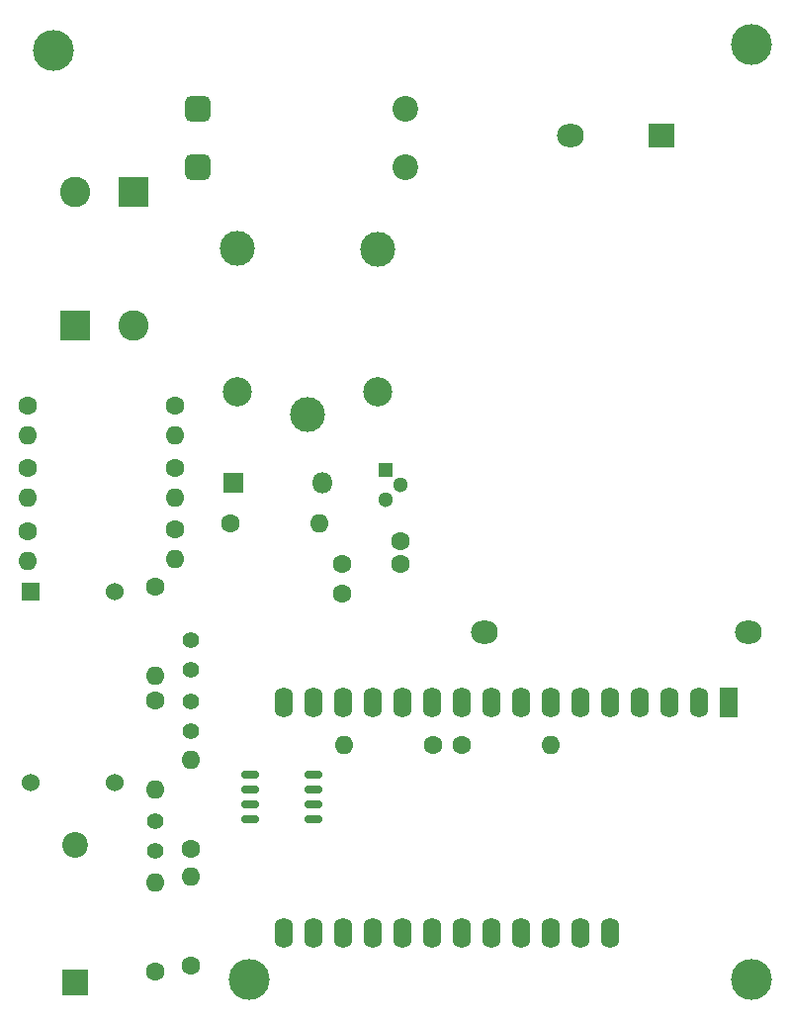
<source format=gbr>
%TF.GenerationSoftware,KiCad,Pcbnew,8.0.7*%
%TF.CreationDate,2025-02-06T20:11:24-08:00*%
%TF.ProjectId,Mains_monitor,4d61696e-735f-46d6-9f6e-69746f722e6b,rev?*%
%TF.SameCoordinates,Original*%
%TF.FileFunction,Soldermask,Top*%
%TF.FilePolarity,Negative*%
%FSLAX46Y46*%
G04 Gerber Fmt 4.6, Leading zero omitted, Abs format (unit mm)*
G04 Created by KiCad (PCBNEW 8.0.7) date 2025-02-06 20:11:24*
%MOMM*%
%LPD*%
G01*
G04 APERTURE LIST*
G04 Aperture macros list*
%AMRoundRect*
0 Rectangle with rounded corners*
0 $1 Rounding radius*
0 $2 $3 $4 $5 $6 $7 $8 $9 X,Y pos of 4 corners*
0 Add a 4 corners polygon primitive as box body*
4,1,4,$2,$3,$4,$5,$6,$7,$8,$9,$2,$3,0*
0 Add four circle primitives for the rounded corners*
1,1,$1+$1,$2,$3*
1,1,$1+$1,$4,$5*
1,1,$1+$1,$6,$7*
1,1,$1+$1,$8,$9*
0 Add four rect primitives between the rounded corners*
20,1,$1+$1,$2,$3,$4,$5,0*
20,1,$1+$1,$4,$5,$6,$7,0*
20,1,$1+$1,$6,$7,$8,$9,0*
20,1,$1+$1,$8,$9,$2,$3,0*%
G04 Aperture macros list end*
%ADD10R,1.300000X1.300000*%
%ADD11C,1.300000*%
%ADD12R,2.600000X2.600000*%
%ADD13C,2.600000*%
%ADD14C,1.600000*%
%ADD15O,1.600000X1.600000*%
%ADD16O,2.300000X2.000000*%
%ADD17R,2.300000X2.000000*%
%ADD18C,3.000000*%
%ADD19C,2.500000*%
%ADD20C,1.400000*%
%ADD21RoundRect,0.550000X-0.550000X-0.550000X0.550000X-0.550000X0.550000X0.550000X-0.550000X0.550000X0*%
%ADD22C,2.200000*%
%ADD23O,1.600000X2.600000*%
%ADD24RoundRect,0.250000X-0.550000X1.050000X-0.550000X-1.050000X0.550000X-1.050000X0.550000X1.050000X0*%
%ADD25C,3.500000*%
%ADD26R,2.200000X2.200000*%
%ADD27R,1.800000X1.800000*%
%ADD28O,1.800000X1.800000*%
%ADD29RoundRect,0.150000X-0.625000X-0.150000X0.625000X-0.150000X0.625000X0.150000X-0.625000X0.150000X0*%
%ADD30R,1.524000X1.524000*%
%ADD31C,1.524000*%
G04 APERTURE END LIST*
D10*
%TO.C,Q1*%
X123750000Y-85960000D03*
D11*
X125020000Y-87230000D03*
X123750000Y-88500000D03*
%TD*%
D12*
%TO.C,J1*%
X102100000Y-62095000D03*
D13*
X97100000Y-62095000D03*
%TD*%
D14*
%TO.C,R13*%
X93100000Y-85750000D03*
D15*
X93100000Y-88290000D03*
%TD*%
D14*
%TO.C,R6*%
X93100000Y-80460000D03*
D15*
X93100000Y-83000000D03*
%TD*%
D16*
%TO.C,PS1*%
X132157500Y-99792500D03*
X154757500Y-99792500D03*
X139557500Y-57292500D03*
D17*
X147357500Y-57292500D03*
%TD*%
D18*
%TO.C,K1*%
X117000000Y-81200000D03*
D19*
X123050000Y-79250000D03*
D18*
X123050000Y-67050000D03*
X111000000Y-67000000D03*
D19*
X111050000Y-79250000D03*
%TD*%
D14*
%TO.C,C5*%
X125000000Y-94000000D03*
X125000000Y-92000000D03*
%TD*%
D20*
%TO.C,C2*%
X107000000Y-103000000D03*
X107000000Y-100500000D03*
%TD*%
D14*
%TO.C,R8*%
X130190000Y-109500000D03*
D15*
X137810000Y-109500000D03*
%TD*%
D14*
%TO.C,R1*%
X110420000Y-90500000D03*
D15*
X118040000Y-90500000D03*
%TD*%
D14*
%TO.C,R7*%
X104000000Y-95940000D03*
D15*
X104000000Y-103560000D03*
%TD*%
D21*
%TO.C,F1*%
X107600000Y-55000000D03*
X107600000Y-60000000D03*
D22*
X125400000Y-55000000D03*
X125400000Y-60000000D03*
%TD*%
D14*
%TO.C,R14*%
X93100000Y-91155000D03*
D15*
X93100000Y-93695000D03*
%TD*%
D23*
%TO.C,A1*%
X142960000Y-125520000D03*
X140420000Y-125520000D03*
X137880000Y-125520000D03*
X135340000Y-125520000D03*
X132800000Y-125520000D03*
X130260000Y-125520000D03*
X127720000Y-125520000D03*
X125180000Y-125520000D03*
X122640000Y-125520000D03*
X120100000Y-125520000D03*
X117560000Y-125520000D03*
X115020000Y-125520000D03*
X115020000Y-105800000D03*
X117560000Y-105800000D03*
X120100000Y-105800000D03*
X122640000Y-105800000D03*
X125180000Y-105800000D03*
X127720000Y-105800000D03*
X130260000Y-105800000D03*
X132800000Y-105800000D03*
X135340000Y-105800000D03*
X137880000Y-105800000D03*
X140420000Y-105800000D03*
X142960000Y-105800000D03*
X145500000Y-105800000D03*
X148040000Y-105800000D03*
X150580000Y-105800000D03*
D24*
X153120000Y-105800000D03*
%TD*%
D14*
%TO.C,C4*%
X120000000Y-94000000D03*
X120000000Y-96500000D03*
%TD*%
%TO.C,R12*%
X105700000Y-91015000D03*
D15*
X105700000Y-93555000D03*
%TD*%
%TO.C,R2*%
X107000000Y-120690000D03*
D14*
X107000000Y-128310000D03*
%TD*%
D25*
%TO.C,H2*%
X155000000Y-49500000D03*
%TD*%
D26*
%TO.C,TR1*%
X97112500Y-129787500D03*
D22*
X97112500Y-117987500D03*
%TD*%
D25*
%TO.C,H1*%
X95250000Y-50000000D03*
%TD*%
D15*
%TO.C,R11*%
X105700000Y-88290000D03*
D14*
X105700000Y-85750000D03*
%TD*%
%TO.C,R10*%
X127810000Y-109500000D03*
D15*
X120190000Y-109500000D03*
%TD*%
D27*
%TO.C,D1*%
X110690000Y-87000000D03*
D28*
X118310000Y-87000000D03*
%TD*%
D20*
%TO.C,C3*%
X107000000Y-105750000D03*
X107000000Y-108250000D03*
%TD*%
D29*
%TO.C,U1*%
X112150000Y-112000000D03*
X112150000Y-113270000D03*
X112150000Y-114540000D03*
X112150000Y-115810000D03*
X117500000Y-115810000D03*
X117500000Y-114540000D03*
X117500000Y-113270000D03*
X117500000Y-112000000D03*
%TD*%
D14*
%TO.C,R9*%
X104000000Y-105690000D03*
D15*
X104000000Y-113310000D03*
%TD*%
D25*
%TO.C,H3*%
X112000000Y-129500000D03*
%TD*%
D14*
%TO.C,R4*%
X107000000Y-118310000D03*
D15*
X107000000Y-110690000D03*
%TD*%
D20*
%TO.C,C6*%
X104000000Y-116000000D03*
X104000000Y-118500000D03*
%TD*%
D12*
%TO.C,J2*%
X97114900Y-73546200D03*
D13*
X102114900Y-73546200D03*
%TD*%
D14*
%TO.C,R5*%
X105700000Y-80400000D03*
D15*
X105700000Y-82940000D03*
%TD*%
D30*
%TO.C,TR2*%
X93300000Y-96350000D03*
D31*
X100500000Y-96350000D03*
X93300000Y-112650000D03*
X100500000Y-112650000D03*
%TD*%
D25*
%TO.C,H4*%
X155000000Y-129500000D03*
%TD*%
D14*
%TO.C,R3*%
X104000000Y-128810000D03*
D15*
X104000000Y-121190000D03*
%TD*%
M02*

</source>
